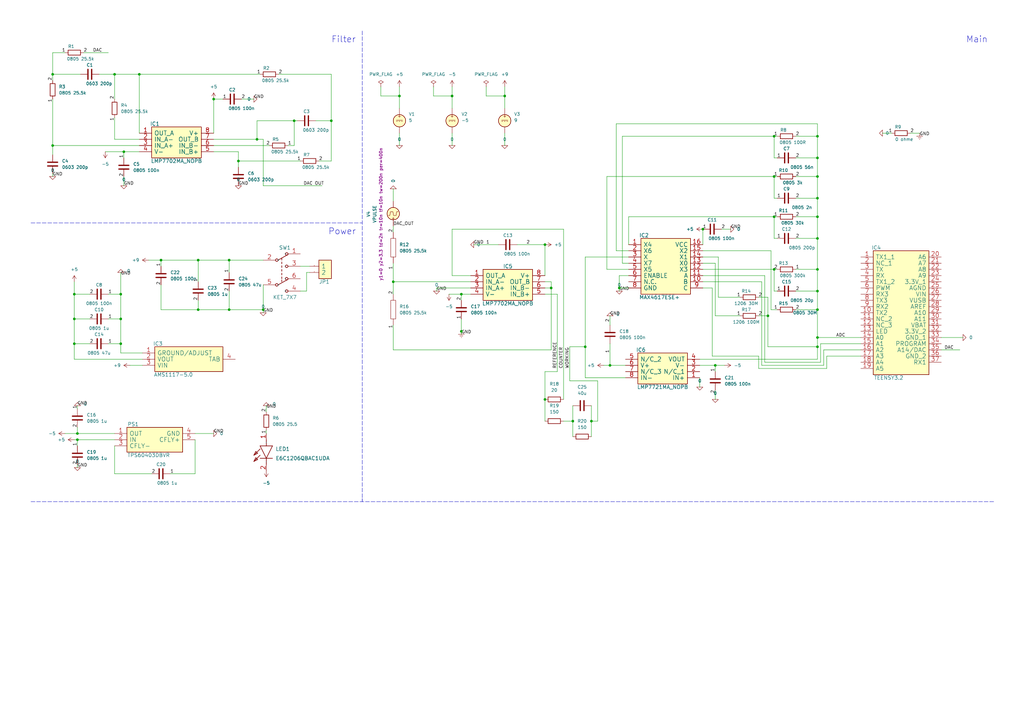
<source format=kicad_sch>
(kicad_sch (version 20211123) (generator eeschema)
  (paper "A3")
  (title_block (title "Potentiator") (date "2022-10-29") (rev "2022-10-30") (company "Drawn By: Yuntian Yang"))
  (junction (at 317.5 55.88))
  (junction (at 66.04 106.68))
  (junction (at 335.28 72.39))
  (junction (at 21.59 30.48))
  (junction (at 185.42 39.37))
  (junction (at 30.48 120.65))
  (junction (at 97.79 66.04))
  (junction (at 30.48 130.81))
  (junction (at 31.75 177.8))
  (junction (at 317.5 110.49))
  (junction (at 50.8 62.23))
  (junction (at 49.53 120.65))
  (junction (at 93.98 106.68))
  (junction (at 223.52 163.83))
  (junction (at 120.65 49.53))
  (junction (at 335.28 110.49))
  (junction (at 288.29 93.98))
  (junction (at 189.23 120.65))
  (junction (at 81.28 127))
  (junction (at 293.37 149.86))
  (junction (at 240.03 142.24))
  (junction (at 49.53 130.81))
  (junction (at 161.29 115.57))
  (junction (at 250.19 149.86))
  (junction (at 105.41 57.15))
  (junction (at 87.63 40.64))
  (junction (at 81.28 106.68))
  (junction (at 226.06 118.11))
  (junction (at 242.57 172.72))
  (junction (at 335.28 97.79))
  (junction (at 335.28 81.28))
  (junction (at 335.28 88.9))
  (junction (at 254 118.11))
  (junction (at 335.28 55.88))
  (junction (at 30.48 140.97))
  (junction (at 163.83 39.37))
  (junction (at 317.5 72.39))
  (junction (at 335.28 119.38))
  (junction (at 234.95 172.72))
  (junction (at 21.59 59.69))
  (junction (at 31.75 180.34))
  (junction (at 314.96 129.54))
  (junction (at 223.52 100.33))
  (junction (at 93.98 127))
  (junction (at 335.28 142.24))
  (junction (at 335.28 127))
  (junction (at 335.28 138.43))
  (junction (at 57.15 30.48))
  (junction (at 189.23 135.89))
  (junction (at 46.99 30.48))
  (junction (at 317.5 88.9))
  (junction (at 207.01 39.37))
  (junction (at 335.28 64.77))
  (junction (at 107.95 127))
  (junction (at 49.53 140.97))
  (junction (at 135.89 49.53))
  (wire (pts (xy 189.23 130.81) (xy 189.23 135.89)))
  (wire (pts (xy 31.75 180.34) (xy 46.99 180.34)))
  (wire (pts (xy 189.23 137.16) (xy 189.23 135.89)))
  (wire (pts (xy 293.37 149.86) (xy 293.37 152.4)))
  (wire (pts (xy 81.28 127) (xy 66.04 127)))
  (wire (pts (xy 161.29 107.95) (xy 161.29 115.57)))
  (wire (pts (xy 318.77 119.38) (xy 317.5 119.38)))
  (wire (pts (xy 26.67 21.59) (xy 21.59 21.59)))
  (wire (pts (xy 254 118.11) (xy 254 113.03)))
  (wire (pts (xy 288.29 115.57) (xy 312.42 115.57)))
  (wire (pts (xy 361.95 54.61) (xy 365.76 54.61)))
  (wire (pts (xy 335.28 138.43) (xy 335.28 127)))
  (wire (pts (xy 288.29 118.11) (xy 292.1 118.11)))
  (wire (pts (xy 233.68 156.21) (xy 245.11 156.21)))
  (wire (pts (xy 31.75 180.34) (xy 31.75 182.88)))
  (wire (pts (xy 339.09 146.05) (xy 353.06 146.05)))
  (wire (pts (xy 311.15 146.05) (xy 311.15 151.13)))
  (wire (pts (xy 46.99 194.31) (xy 62.23 194.31)))
  (wire (pts (xy 317.5 97.79) (xy 317.5 88.9)))
  (wire (pts (xy 87.63 40.64) (xy 91.44 40.64)))
  (wire (pts (xy 163.83 54.61) (xy 163.83 59.69)))
  (polyline (pts (xy 148.59 204.47) (xy 148.59 205.74)))
  (wire (pts (xy 255.27 107.95) (xy 255.27 55.88)))
  (wire (pts (xy 107.95 57.15) (xy 107.95 76.2)))
  (wire (pts (xy 313.69 148.59) (xy 336.55 148.59)))
  (wire (pts (xy 245.11 156.21) (xy 245.11 172.72)))
  (wire (pts (xy 66.04 106.68) (xy 81.28 106.68)))
  (wire (pts (xy 120.65 49.53) (xy 121.92 49.53)))
  (wire (pts (xy 53.34 149.86) (xy 58.42 149.86)))
  (wire (pts (xy 255.27 55.88) (xy 317.5 55.88)))
  (wire (pts (xy 313.69 113.03) (xy 313.69 148.59)))
  (wire (pts (xy 223.52 163.83) (xy 223.52 172.72)))
  (wire (pts (xy 185.42 113.03) (xy 185.42 93.98)))
  (wire (pts (xy 318.77 81.28) (xy 317.5 81.28)))
  (wire (pts (xy 107.95 127) (xy 93.98 127)))
  (wire (pts (xy 199.39 35.56) (xy 199.39 39.37)))
  (wire (pts (xy 335.28 97.79) (xy 335.28 88.9)))
  (wire (pts (xy 226.06 143.51) (xy 226.06 118.11)))
  (wire (pts (xy 109.22 176.53) (xy 109.22 177.8)))
  (wire (pts (xy 30.48 140.97) (xy 36.83 140.97)))
  (wire (pts (xy 44.45 130.81) (xy 49.53 130.81)))
  (wire (pts (xy 189.23 120.65) (xy 193.04 120.65)))
  (wire (pts (xy 21.59 40.64) (xy 21.59 59.69)))
  (wire (pts (xy 294.64 105.41) (xy 294.64 121.92)))
  (wire (pts (xy 163.83 35.56) (xy 163.83 39.37)))
  (wire (pts (xy 21.59 63.5) (xy 21.59 59.69)))
  (wire (pts (xy 93.98 127) (xy 93.98 119.38)))
  (wire (pts (xy 288.29 113.03) (xy 313.69 113.03)))
  (wire (pts (xy 336.55 148.59) (xy 336.55 140.97)))
  (wire (pts (xy 184.15 120.65) (xy 189.23 120.65)))
  (wire (pts (xy 30.48 130.81) (xy 36.83 130.81)))
  (wire (pts (xy 326.39 110.49) (xy 335.28 110.49)))
  (wire (pts (xy 57.15 62.23) (xy 50.8 62.23)))
  (wire (pts (xy 337.82 143.51) (xy 353.06 143.51)))
  (wire (pts (xy 80.01 180.34) (xy 80.01 194.31)))
  (wire (pts (xy 105.41 57.15) (xy 107.95 57.15)))
  (wire (pts (xy 223.52 163.83) (xy 223.52 152.4)))
  (wire (pts (xy 292.1 118.11) (xy 292.1 146.05)))
  (wire (pts (xy 123.19 66.04) (xy 97.79 66.04)))
  (wire (pts (xy 288.29 93.98) (xy 288.29 100.33)))
  (wire (pts (xy 288.29 102.87) (xy 316.23 102.87)))
  (wire (pts (xy 240.03 105.41) (xy 240.03 142.24)))
  (wire (pts (xy 135.89 49.53) (xy 135.89 66.04)))
  (wire (pts (xy 252.73 50.8) (xy 252.73 102.87)))
  (wire (pts (xy 335.28 50.8) (xy 252.73 50.8)))
  (wire (pts (xy 193.04 115.57) (xy 161.29 115.57)))
  (wire (pts (xy 81.28 106.68) (xy 93.98 106.68)))
  (wire (pts (xy 179.07 118.11) (xy 193.04 118.11)))
  (wire (pts (xy 311.15 129.54) (xy 314.96 129.54)))
  (wire (pts (xy 49.53 140.97) (xy 44.45 140.97)))
  (wire (pts (xy 312.42 115.57) (xy 312.42 149.86)))
  (wire (pts (xy 326.39 97.79) (xy 335.28 97.79)))
  (wire (pts (xy 93.98 106.68) (xy 93.98 111.76)))
  (wire (pts (xy 288.29 107.95) (xy 293.37 107.95)))
  (wire (pts (xy 161.29 115.57) (xy 161.29 120.65)))
  (wire (pts (xy 30.48 115.57) (xy 30.48 120.65)))
  (wire (pts (xy 257.81 88.9) (xy 317.5 88.9)))
  (wire (pts (xy 46.99 30.48) (xy 46.99 40.64)))
  (wire (pts (xy 40.64 30.48) (xy 46.99 30.48)))
  (wire (pts (xy 97.79 66.04) (xy 97.79 68.58)))
  (wire (pts (xy 317.5 64.77) (xy 317.5 55.88)))
  (wire (pts (xy 107.95 116.84) (xy 107.95 127)))
  (wire (pts (xy 326.39 72.39) (xy 335.28 72.39)))
  (wire (pts (xy 311.15 151.13) (xy 339.09 151.13)))
  (wire (pts (xy 66.04 127) (xy 66.04 116.84)))
  (wire (pts (xy 189.23 120.65) (xy 189.23 123.19)))
  (wire (pts (xy 44.45 120.65) (xy 49.53 120.65)))
  (wire (pts (xy 105.41 57.15) (xy 105.41 49.53)))
  (wire (pts (xy 185.42 39.37) (xy 185.42 44.45)))
  (wire (pts (xy 247.65 149.86) (xy 250.19 149.86)))
  (wire (pts (xy 317.5 81.28) (xy 317.5 72.39)))
  (wire (pts (xy 107.95 106.68) (xy 93.98 106.68)))
  (polyline (pts (xy 12.7 205.74) (xy 407.67 205.74)))
  (wire (pts (xy 336.55 140.97) (xy 353.06 140.97)))
  (wire (pts (xy 293.37 160.02) (xy 293.37 163.83)))
  (wire (pts (xy 245.11 172.72) (xy 242.57 172.72)))
  (wire (pts (xy 161.29 82.55) (xy 161.29 77.47)))
  (wire (pts (xy 386.08 138.43) (xy 394.97 138.43)))
  (wire (pts (xy 250.19 140.97) (xy 250.19 149.86)))
  (wire (pts (xy 30.48 130.81) (xy 30.48 140.97)))
  (wire (pts (xy 31.75 177.8) (xy 46.99 177.8)))
  (wire (pts (xy 317.5 88.9) (xy 318.77 88.9)))
  (wire (pts (xy 105.41 49.53) (xy 120.65 49.53)))
  (wire (pts (xy 317.5 110.49) (xy 318.77 110.49)))
  (wire (pts (xy 335.28 138.43) (xy 353.06 138.43)))
  (wire (pts (xy 317.5 119.38) (xy 317.5 110.49)))
  (wire (pts (xy 326.39 127) (xy 335.28 127)))
  (wire (pts (xy 314.96 129.54) (xy 314.96 142.24)))
  (wire (pts (xy 87.63 40.64) (xy 87.63 54.61)))
  (wire (pts (xy 58.42 147.32) (xy 30.48 147.32)))
  (wire (pts (xy 125.73 111.76) (xy 125.73 119.38)))
  (wire (pts (xy 57.15 30.48) (xy 46.99 30.48)))
  (wire (pts (xy 177.8 39.37) (xy 185.42 39.37)))
  (wire (pts (xy 81.28 115.57) (xy 81.28 106.68)))
  (wire (pts (xy 163.83 39.37) (xy 163.83 44.45)))
  (wire (pts (xy 240.03 142.24) (xy 240.03 154.94)))
  (wire (pts (xy 252.73 102.87) (xy 257.81 102.87)))
  (wire (pts (xy 26.67 177.8) (xy 31.75 177.8)))
  (wire (pts (xy 326.39 64.77) (xy 335.28 64.77)))
  (wire (pts (xy 199.39 39.37) (xy 207.01 39.37)))
  (wire (pts (xy 335.28 55.88) (xy 335.28 50.8)))
  (wire (pts (xy 373.38 54.61) (xy 377.19 54.61)))
  (wire (pts (xy 49.53 130.81) (xy 49.53 140.97)))
  (wire (pts (xy 295.91 93.98) (xy 299.72 93.98)))
  (wire (pts (xy 30.48 147.32) (xy 30.48 140.97)))
  (wire (pts (xy 46.99 48.26) (xy 46.99 57.15)))
  (wire (pts (xy 185.42 35.56) (xy 185.42 39.37)))
  (wire (pts (xy 335.28 110.49) (xy 335.28 97.79)))
  (wire (pts (xy 228.6 120.65) (xy 228.6 152.4)))
  (wire (pts (xy 21.59 21.59) (xy 21.59 30.48)))
  (wire (pts (xy 99.06 40.64) (xy 104.14 40.64)))
  (wire (pts (xy 242.57 166.37) (xy 242.57 172.72)))
  (wire (pts (xy 231.14 93.98) (xy 231.14 163.83)))
  (wire (pts (xy 177.8 35.56) (xy 177.8 39.37)))
  (wire (pts (xy 106.68 30.48) (xy 57.15 30.48)))
  (polyline (pts (xy 148.59 12.7) (xy 148.59 205.74)))
  (wire (pts (xy 120.65 59.69) (xy 118.11 59.69)))
  (wire (pts (xy 81.28 127) (xy 81.28 123.19)))
  (wire (pts (xy 21.59 33.02) (xy 21.59 30.48)))
  (wire (pts (xy 127 111.76) (xy 125.73 111.76)))
  (wire (pts (xy 156.21 39.37) (xy 163.83 39.37)))
  (wire (pts (xy 50.8 62.23) (xy 50.8 64.77)))
  (wire (pts (xy 123.19 119.38) (xy 125.73 119.38)))
  (wire (pts (xy 156.21 35.56) (xy 156.21 39.37)))
  (wire (pts (xy 69.85 194.31) (xy 80.01 194.31)))
  (wire (pts (xy 326.39 81.28) (xy 335.28 81.28)))
  (wire (pts (xy 21.59 30.48) (xy 33.02 30.48)))
  (wire (pts (xy 335.28 81.28) (xy 335.28 72.39)))
  (wire (pts (xy 248.92 110.49) (xy 248.92 72.39)))
  (wire (pts (xy 135.89 30.48) (xy 135.89 49.53)))
  (wire (pts (xy 287.02 149.86) (xy 293.37 149.86)))
  (wire (pts (xy 93.98 127) (xy 81.28 127)))
  (wire (pts (xy 335.28 127) (xy 335.28 119.38)))
  (wire (pts (xy 223.52 120.65) (xy 228.6 120.65)))
  (wire (pts (xy 326.39 55.88) (xy 335.28 55.88)))
  (wire (pts (xy 240.03 154.94) (xy 256.54 154.94)))
  (wire (pts (xy 287.02 154.94) (xy 287.02 158.75)))
  (wire (pts (xy 335.28 88.9) (xy 335.28 81.28)))
  (wire (pts (xy 288.29 105.41) (xy 294.64 105.41)))
  (wire (pts (xy 161.29 92.71) (xy 161.29 95.25)))
  (wire (pts (xy 87.63 62.23) (xy 97.79 62.23)))
  (wire (pts (xy 185.42 93.98) (xy 231.14 93.98)))
  (wire (pts (xy 114.3 30.48) (xy 135.89 30.48)))
  (wire (pts (xy 185.42 54.61) (xy 185.42 59.69)))
  (wire (pts (xy 314.96 121.92) (xy 314.96 129.54)))
  (wire (pts (xy 293.37 149.86) (xy 297.18 149.86)))
  (wire (pts (xy 337.82 149.86) (xy 337.82 143.51)))
  (wire (pts (xy 231.14 172.72) (xy 234.95 172.72)))
  (wire (pts (xy 31.75 175.26) (xy 31.75 177.8)))
  (wire (pts (xy 257.81 105.41) (xy 240.03 105.41)))
  (wire (pts (xy 34.29 21.59) (xy 44.45 21.59)))
  (wire (pts (xy 339.09 151.13) (xy 339.09 146.05)))
  (wire (pts (xy 207.01 39.37) (xy 207.01 44.45)))
  (wire (pts (xy 49.53 144.78) (xy 49.53 140.97)))
  (wire (pts (xy 386.08 143.51) (xy 393.7 143.51)))
  (wire (pts (xy 250.19 149.86) (xy 256.54 149.86)))
  (wire (pts (xy 335.28 64.77) (xy 335.28 55.88)))
  (wire (pts (xy 57.15 30.48) (xy 57.15 54.61)))
  (wire (pts (xy 311.15 121.92) (xy 314.96 121.92)))
  (wire (pts (xy 326.39 119.38) (xy 335.28 119.38)))
  (wire (pts (xy 254 113.03) (xy 257.81 113.03)))
  (wire (pts (xy 257.81 100.33) (xy 257.81 88.9)))
  (wire (pts (xy 226.06 118.11) (xy 226.06 115.57)))
  (wire (pts (xy 223.52 115.57) (xy 226.06 115.57)))
  (wire (pts (xy 254 119.38) (xy 254 118.11)))
  (wire (pts (xy 223.52 152.4) (xy 228.6 152.4)))
  (wire (pts (xy 50.8 72.39) (xy 50.8 76.2)))
  (wire (pts (xy 335.28 147.32) (xy 335.28 142.24)))
  (wire (pts (xy 294.64 121.92) (xy 303.53 121.92)))
  (wire (pts (xy 66.04 106.68) (xy 66.04 109.22)))
  (wire (pts (xy 46.99 57.15) (xy 57.15 57.15)))
  (wire (pts (xy 335.28 142.24) (xy 335.28 138.43)))
  (wire (pts (xy 318.77 97.79) (xy 317.5 97.79)))
  (wire (pts (xy 135.89 66.04) (xy 130.81 66.04)))
  (wire (pts (xy 87.63 57.15) (xy 105.41 57.15)))
  (wire (pts (xy 312.42 149.86) (xy 337.82 149.86)))
  (wire (pts (xy 318.77 64.77) (xy 317.5 64.77)))
  (wire (pts (xy 107.95 127) (xy 107.95 128.27)))
  (wire (pts (xy 335.28 119.38) (xy 335.28 110.49)))
  (wire (pts (xy 97.79 62.23) (xy 97.79 66.04)))
  (wire (pts (xy 335.28 72.39) (xy 335.28 64.77)))
  (wire (pts (xy 120.65 59.69) (xy 120.65 49.53)))
  (wire (pts (xy 31.75 190.5) (xy 31.75 191.77)))
  (wire (pts (xy 223.52 100.33) (xy 223.52 113.03)))
  (wire (pts (xy 58.42 144.78) (xy 49.53 144.78)))
  (wire (pts (xy 30.48 120.65) (xy 36.83 120.65)))
  (wire (pts (xy 49.53 120.65) (xy 49.53 130.81)))
  (wire (pts (xy 293.37 129.54) (xy 303.53 129.54)))
  (wire (pts (xy 21.59 71.12) (xy 21.59 72.39)))
  (wire (pts (xy 234.95 172.72) (xy 234.95 166.37)))
  (wire (pts (xy 293.37 107.95) (xy 293.37 129.54)))
  (wire (pts (xy 30.48 180.34) (xy 31.75 180.34)))
  (wire (pts (xy 314.96 142.24) (xy 335.28 142.24)))
  (wire (pts (xy 234.95 172.72) (xy 234.95 179.07)))
  (wire (pts (xy 87.63 59.69) (xy 110.49 59.69)))
  (wire (pts (xy 46.99 182.88) (xy 46.99 194.31)))
  (wire (pts (xy 179.07 118.11) (xy 179.07 119.38)))
  (wire (pts (xy 207.01 54.61) (xy 207.01 59.69)))
  (wire (pts (xy 316.23 127) (xy 318.77 127)))
  (wire (pts (xy 233.68 142.24) (xy 240.03 142.24)))
  (wire (pts (xy 161.29 143.51) (xy 226.06 143.51)))
  (wire (pts (xy 326.39 88.9) (xy 335.28 88.9)))
  (wire (pts (xy 80.01 177.8) (xy 87.63 177.8)))
  (wire (pts (xy 287.02 147.32) (xy 335.28 147.32)))
  (wire (pts (xy 250.19 129.54) (xy 250.19 133.35)))
  (wire (pts (xy 31.75 166.37) (xy 31.75 167.64)))
  (wire (pts (xy 316.23 102.87) (xy 316.23 127)))
  (wire (pts (xy 60.96 106.68) (xy 66.04 106.68)))
  (wire (pts (xy 49.53 111.76) (xy 49.53 120.65)))
  (wire (pts (xy 212.09 100.33) (xy 223.52 100.33)))
  (wire (pts (xy 317.5 72.39) (xy 318.77 72.39)))
  (wire (pts (xy 233.68 142.24) (xy 233.68 156.21)))
  (wire (pts (xy 21.59 59.69) (xy 57.15 59.69)))
  (polyline (pts (xy 12.7 91.44) (xy 148.59 91.44)))
  (wire (pts (xy 193.04 113.03) (xy 185.42 113.03)))
  (wire (pts (xy 223.52 118.11) (xy 226.06 118.11)))
  (wire (pts (xy 161.29 133.35) (xy 161.29 143.51)))
  (wire (pts (xy 43.18 62.23) (xy 50.8 62.23)))
  (wire (pts (xy 257.81 107.95) (xy 255.27 107.95)))
  (wire (pts (xy 257.81 110.49) (xy 248.92 110.49)))
  (wire (pts (xy 292.1 146.05) (xy 311.15 146.05)))
  (wire (pts (xy 248.92 72.39) (xy 317.5 72.39)))
  (wire (pts (xy 129.54 49.53) (xy 135.89 49.53)))
  (wire (pts (xy 207.01 35.56) (xy 207.01 39.37)))
  (wire (pts (xy 109.22 166.37) (xy 109.22 168.91)))
  (wire (pts (xy 123.19 109.22) (xy 127 109.22)))
  (wire (pts (xy 317.5 55.88) (xy 318.77 55.88)))
  (wire (pts (xy 288.29 110.49) (xy 317.5 110.49)))
  (wire (pts (xy 242.57 172.72) (xy 242.57 179.07)))
  (wire (pts (xy 194.31 100.33) (xy 204.47 100.33)))
  (wire (pts (xy 30.48 120.65) (xy 30.48 130.81)))
  (wire (pts (xy 107.95 76.2) (xy 132.08 76.2)))
  (wire (pts (xy 254 118.11) (xy 257.81 118.11)))
  (text "Filter" (at 135.89 17.78 0) (effects (font (size 2.54 2.54)) (justify left bottom)))
  (text "Main" (at 396.24 17.78 0) (effects (font (size 2.54 2.54)) (justify left bottom)))
  (text "Power" (at 134.62 96.52 0) (effects (font (size 2.54 2.54)) (justify left bottom)))
  (label "1" (at 288.29 93.98 0))
  (label "1" (at 317.5 127 0))
  (label "2" (at 326.39 119.38 0))
  (label "GND" (at 250.19 129.54 0))
  (label "1" (at 50.8 64.77 90))
  (label "2" (at 130.81 66.04 0))
  (label "GND" (at 87.63 177.8 0))
  (label "1" (at 118.11 59.69 0))
  (label "1" (at 317.5 55.88 0))
  (label "2" (at 326.39 55.88 0))
  (label "1" (at 293.37 152.4 90))
  (label "1" (at 161.29 110.49 90))
  (label "1" (at 318.77 97.79 0))
  (label "GND" (at 254 119.38 0))
  (label "2" (at 293.37 161.29 90))
  (label "2" (at 99.06 40.64 0))
  (label "1" (at 302.26 121.92 0))
  (label "GND" (at 194.31 100.33 0))
  (label "COUNTER" (at 231.14 151.13 90))
  (label "GND" (at 299.72 93.98 0))
  (label "1" (at 318.77 81.28 0))
  (label "2" (at 50.8 72.39 90))
  (label "2" (at 36.83 120.65 0))
  (label "1" (at 109.22 177.8 90))
  (label "1" (at 31.75 167.64 90))
  (label "1" (at 69.85 194.31 0))
  (label "1" (at 317.5 72.39 0))
  (label "2" (at 93.98 119.38 90))
  (label "GND" (at 97.79 76.2 0))
  (label "2" (at 326.39 97.79 0))
  (label "1" (at 46.99 49.53 90))
  (label "2" (at 326.39 72.39 0))
  (label "2" (at 161.29 120.65 90))
  (label "2" (at 295.91 93.98 0))
  (label "1" (at 31.75 182.88 90))
  (label "1" (at 93.98 111.76 90))
  (label "1" (at 364.49 54.61 0))
  (label "1" (at 105.41 30.48 0))
  (label "2" (at 109.22 168.91 90))
  (label "1" (at 66.04 109.22 90))
  (label "2" (at 81.28 123.19 90))
  (label "2" (at 46.99 40.64 90))
  (label "1" (at 326.39 110.49 0))
  (label "GND" (at 50.8 76.2 0))
  (label "1" (at 25.4 21.59 0))
  (label "2" (at 189.23 123.19 90))
  (label "1" (at 317.5 88.9 0))
  (label "2" (at 161.29 95.25 90))
  (label "1" (at 44.45 140.97 0))
  (label "ADC" (at 342.9 138.43 0))
  (label "2" (at 31.75 190.5 90))
  (label "2" (at 36.83 130.81 0))
  (label "1" (at 121.92 66.04 0))
  (label "GND" (at 377.19 55.88 0))
  (label "2" (at 317.5 110.49 0))
  (label "2" (at 109.22 59.69 0))
  (label "2" (at 66.04 116.84 90))
  (label "2" (at 311.15 121.92 0))
  (label "2" (at 311.15 129.54 0))
  (label "GND" (at 21.59 72.39 0))
  (label "2" (at 326.39 127 0))
  (label "2" (at 326.39 64.77 0))
  (label "1" (at 250.19 144.78 90))
  (label "GND" (at 31.75 191.77 0))
  (label "2" (at 31.75 175.26 90))
  (label "GND" (at 49.53 113.03 0))
  (label "DAC" (at 38.1 21.59 0))
  (label "WORKING" (at 233.68 151.13 90))
  (label "2" (at 326.39 81.28 0))
  (label "1" (at 81.28 115.57 90))
  (label "1" (at 44.45 120.65 0))
  (label "1" (at 318.77 119.38 0))
  (label "2" (at 62.23 194.31 0))
  (label "2" (at 373.38 54.61 0))
  (label "GND" (at 107.95 128.27 0))
  (label "GND" (at 179.07 119.38 0))
  (label "2" (at 36.83 140.97 0))
  (label "DAC" (at 387.35 143.51 0))
  (label "GND" (at 31.75 166.37 0))
  (label "GND" (at 109.22 167.64 0))
  (label "1" (at 21.59 41.91 90))
  (label "2" (at 114.3 30.48 0))
  (label "1" (at 161.29 134.62 90))
  (label "1" (at 199.39 100.33 0))
  (label "1" (at 44.45 130.81 0))
  (label "GND" (at 189.23 137.16 0))
  (label "DAC_OUT" (at 161.29 92.71 0))
  (label "GND" (at 104.14 40.64 0))
  (label "1" (at 302.26 129.54 0))
  (label "1" (at 318.77 64.77 0))
  (label "2" (at 21.59 33.02 90))
  (label "REFERENCE" (at 228.6 151.13 90))
  (label "1" (at 91.44 40.64 0))
  (label "2" (at 34.29 21.59 0))
  (label "2" (at 326.39 88.9 0))
  (label "2" (at 250.19 132.08 90))
  (label "DAC OUT" (at 124.46 76.2 0))
  (label "1" (at 189.23 130.81 90))
  (label "2" (at 215.9 100.33 0))
  (symbol (lib_id "Device:R") (at 30.48 21.59 90) (unit 1)
    (property "Reference" "R1" (at 29.21 19.05 90))
    (property "Value" "0805 25.5k" (at 33.02 24.13 90))
    (property "Spice_Primitive" "R" (effects hide))
    (property "Spice_Model" "25.5k" (effects hide))
    (property "Spice_Netlist_Enabled" "Y" (effects hide))
  )
  (symbol (lib_id "pspice:0") (at 299.72 93.98 90) (unit 1)
    (property "Reference" "#GND0103" (effects hide))
    (property "Value" "0" (at 302.26 93.9799 90) (effects (justify right)))
  )
  (symbol (lib_id "Device:C") (at 97.79 72.39 0) (unit 1)
    (property "Reference" "C6" (at 101.6 71.1199 0) (effects (justify left)))
    (property "Value" "0603 200p" (at 101.6 73.6599 0) (effects (justify left)))
    (property "Spice_Primitive" "C" (effects hide))
    (property "Spice_Model" "200p" (effects hide))
    (property "Spice_Netlist_Enabled" "Y" (effects hide))
  )
  (symbol (lib_id "final-potentiator-V1.2-SchDoc-cache:-5") (at 43.18 62.23 180) (unit 1)
    (property "Reference" "#PWR0107" (effects hide))
    (property "Value" "-5" (at 43.18 67.31 0))
  )
  (symbol (lib_id "Device:C") (at 95.25 40.64 90) (unit 1)
    (property "Reference" "C2" (at 95.25 36.83 90))
    (property "Value" "0805 100n" (at 99.06 44.45 90))
    (property "Spice_Primitive" "C" (effects hide))
    (property "Spice_Model" "100n" (effects hide))
    (property "Spice_Netlist_Enabled" "Y" (effects hide))
  )
  (symbol (lib_id "power:Earth") (at 189.23 135.89 0) (unit 1)
    (property "Reference" "#PWR0106" (effects hide))
    (property "Value" "Earth" (effects hide))
  )
  (symbol (lib_id "pspice:0") (at 97.79 76.2 0) (unit 1)
    (property "Reference" "#GND0110" (effects hide))
    (property "Value" "0" (at 97.79 73.66 0))
  )
  (symbol (lib_id "pspice:0") (at 31.75 191.77 0) (unit 1)
    (property "Reference" "#GND0113" (effects hide))
    (property "Value" "0" (at 31.75 189.23 0))
  )
  (symbol (lib_id "Device:C") (at 292.1 93.98 90) (unit 1)
    (property "Reference" "C11" (at 292.1 90.17 90))
    (property "Value" "0805 100n" (at 295.91 97.79 90))
    (property "Spice_Primitive" "C" (effects hide))
    (property "Spice_Model" "100n" (effects hide))
    (property "Spice_Netlist_Enabled" "Y" (effects hide))
  )
  (symbol (lib_id "final-potentiator-V1.2-SchDoc-cache:+5") (at 288.29 93.98 90) (unit 1)
    (property "Reference" "#PWR0102" (effects hide))
    (property "Value" "+5" (at 284.48 93.9799 90) (effects (justify left)))
  )
  (symbol (lib_id "Device:C") (at 21.59 67.31 0) (unit 1)
    (property "Reference" "C4" (at 25.4 66.0399 0) (effects (justify left)))
    (property "Value" "0603 200p" (at 25.4 68.5799 0) (effects (justify left)))
    (property "Spice_Primitive" "C" (effects hide))
    (property "Spice_Model" "200p" (effects hide))
    (property "Spice_Netlist_Enabled" "Y" (effects hide))
  )
  (symbol (lib_id "final-potentiator-V1.2-SchDoc-cache:KET_7X7") (at 107.95 106.68 0) (unit 1)
    (property "Reference" "SW1" (at 116.84 101.6 0) (effects (font (size 1.524 1.524))))
    (property "Value" "KET_7X7" (at 116.84 121.92 0) (effects (font (size 1.524 1.524))))
  )
  (symbol (lib_id "Device:C") (at 238.76 166.37 90) (unit 1)
    (property "Reference" "C25" (at 238.76 158.75 90))
    (property "Value" "40u" (at 238.76 161.29 90))
    (property "Spice_Primitive" "C" (effects hide))
    (property "Spice_Model" "40u" (effects hide))
    (property "Spice_Netlist_Enabled" "Y" (effects hide))
  )
  (symbol (lib_id "final-potentiator-V1.2-SchDoc-cache:LMP7702MA_NOPB") (at 57.15 54.61 0) (unit 1)
    (property "Reference" "IC1" (at 63.5 50.8 0) (effects (font (size 1.524 1.524))))
    (property "Value" "LMP7702MA_NOPB" (at 72.39 66.04 0) (effects (font (size 1.524 1.524))))
    (property "Spice_Primitive" "X" (effects hide))
    (property "Spice_Model" "LMP7702MA_NOPB" (effects hide))
    (property "Spice_Netlist_Enabled" "Y" (effects hide))
    (property "Spice_Lib_File" "/Users/yyttim/Desktop/大学/大创项目/final-potentiator-V1.2-SchDoc-cache.lib" (effects hide))
  )
  (symbol (lib_id "power:Earth") (at 377.19 54.61 0) (unit 1)
    (property "Reference" "#PWR0101" (effects hide))
    (property "Value" "Earth" (effects hide))
  )
  (symbol (lib_id "Device:R") (at 238.76 179.07 90) (unit 1)
    (property "Reference" "R20" (at 238.76 172.72 90))
    (property "Value" "150" (at 238.76 175.26 90))
  )
  (symbol (lib_id "pspice:0") (at 49.53 111.76 180) (unit 1)
    (property "Reference" "#GND0115" (effects hide))
    (property "Value" "0" (at 52.07 111.1249 0) (effects (justify right)))
  )
  (symbol (lib_id "pspice:0") (at 293.37 163.83 0) (unit 1)
    (property "Reference" "#GND0104" (effects hide))
    (property "Value" "0" (at 293.37 161.29 0))
  )
  (symbol (lib_id "Device:R") (at 110.49 30.48 90) (unit 1)
    (property "Reference" "R2" (at 109.22 27.94 90))
    (property "Value" "0805 25.5k" (at 113.03 33.02 90))
    (property "Spice_Primitive" "R" (effects hide))
    (property "Spice_Model" "25.5k" (effects hide))
    (property "Spice_Netlist_Enabled" "Y" (effects hide))
  )
  (symbol (lib_id "Device:C") (at 81.28 119.38 0) (unit 1)
    (property "Reference" "C23" (at 85.09 118.1099 0) (effects (justify left)))
    (property "Value" "0805 1u" (at 85.09 120.6499 0) (effects (justify left)))
    (property "Spice_Primitive" "C" (effects hide))
    (property "Spice_Model" "1u" (effects hide))
    (property "Spice_Netlist_Enabled" "Y" (effects hide))
  )
  (symbol (lib_id "final-potentiator-V1.2-SchDoc-cache:MAX4617ESE+") (at 257.81 100.33 0) (unit 1)
    (property "Reference" "IC2" (at 264.16 96.52 0) (effects (font (size 1.524 1.524))))
    (property "Value" "MAX4617ESE+" (at 270.51 121.92 0) (effects (font (size 1.524 1.524))))
    (property "Spice_Primitive" "X" (effects hide))
    (property "Spice_Model" "MAX4617ESE+" (effects hide))
    (property "Spice_Netlist_Enabled" "Y" (effects hide))
    (property "Spice_Lib_File" "/Users/yyttim/Desktop/大学/大创项目/final-potentiator-V1.2-SchDoc-cache.lib" (effects hide))
  )
  (symbol (lib_id "pspice:0") (at 179.07 119.38 0) (unit 1)
    (property "Reference" "#GND0121" (effects hide))
    (property "Value" "0" (at 179.07 116.84 0))
  )
  (symbol (lib_id "final-potentiator-V1.2-SchDoc-cache:-5") (at 184.15 120.65 180) (unit 1)
    (property "Reference" "#PWR0118" (effects hide))
    (property "Value" "-5" (at 184.15 125.73 0))
  )
  (symbol (lib_id "Device:C") (at 322.58 97.79 90) (unit 1)
    (property "Reference" "C12" (at 322.58 93.98 90))
    (property "Value" "0805 200p" (at 328.93 101.6 90))
    (property "Spice_Primitive" "C" (effects hide))
    (property "Spice_Model" "200p" (effects hide))
    (property "Spice_Netlist_Enabled" "Y" (effects hide))
  )
  (symbol (lib_id "Device:C") (at 40.64 130.81 90) (unit 1)
    (property "Reference" "C10" (at 40.64 127 90))
    (property "Value" "0805 1u" (at 40.64 134.62 90))
    (property "Spice_Primitive" "C" (effects hide))
    (property "Spice_Model" "1u" (effects hide))
    (property "Spice_Netlist_Enabled" "Y" (effects hide))
  )
  (symbol (lib_id "Device:C") (at 31.75 171.45 0) (unit 1)
    (property "Reference" "C16" (at 35.56 170.1799 0) (effects (justify left)))
    (property "Value" "0805 1u" (at 35.56 172.7199 0) (effects (justify left)))
    (property "Spice_Primitive" "C" (effects hide))
    (property "Spice_Model" "1u" (effects hide))
    (property "Spice_Netlist_Enabled" "Y" (effects hide))
  )
  (symbol (lib_id "final-potentiator-V1.2-SchDoc-cache:+9") (at 53.34 149.86 90) (unit 1)
    (property "Reference" "#PWR0112" (effects hide))
    (property "Value" "+9" (at 49.53 149.8599 90) (effects (justify left)))
  )
  (symbol (lib_id "Device:R") (at 114.3 59.69 90) (unit 1)
    (property "Reference" "R5" (at 113.03 57.15 90))
    (property "Value" "0805 25.5k" (at 116.84 62.23 90))
    (property "Spice_Primitive" "R" (effects hide))
    (property "Spice_Model" "25.5k" (effects hide))
    (property "Spice_Netlist_Enabled" "Y" (effects hide))
  )
  (symbol (lib_id "Device:C") (at 31.75 186.69 0) (unit 1)
    (property "Reference" "C19" (at 35.56 185.4199 0) (effects (justify left)))
    (property "Value" "0805 1u" (at 35.56 187.9599 0) (effects (justify left)))
    (property "Spice_Primitive" "C" (effects hide))
    (property "Spice_Model" "1u" (effects hide))
    (property "Spice_Netlist_Enabled" "Y" (effects hide))
  )
  (symbol (lib_id "final-potentiator-V1.2-SchDoc-cache:LMP7702MA_NOPB") (at 193.04 113.03 0) (unit 1)
    (property "Reference" "IC5" (at 208.28 109.22 0) (effects (font (size 1.524 1.524))))
    (property "Value" "LMP7702MA_NOPB" (at 208.28 124.46 0) (effects (font (size 1.524 1.524))))
    (property "Spice_Primitive" "X" (effects hide))
    (property "Spice_Model" "LMP7702MA_NOPB" (effects hide))
    (property "Spice_Netlist_Enabled" "Y" (effects hide))
    (property "Spice_Lib_File" "/Users/yyttim/Desktop/大学/大创项目/final-potentiator-V1.2-SchDoc-cache.lib" (effects hide))
  )
  (symbol (lib_id "Device:C") (at 50.8 68.58 0) (unit 1)
    (property "Reference" "C5" (at 54.61 67.3099 0) (effects (justify left)))
    (property "Value" "0805 100n" (at 54.61 69.8499 0) (effects (justify left)))
    (property "Spice_Primitive" "C" (effects hide))
    (property "Spice_Model" "100n" (effects hide))
    (property "Spice_Netlist_Enabled" "Y" (effects hide))
  )
  (symbol (lib_id "Device:C") (at 66.04 113.03 0) (unit 1)
    (property "Reference" "C22" (at 69.85 111.7599 0) (effects (justify left)))
    (property "Value" "0805 100n" (at 69.85 114.2999 0) (effects (justify left)))
    (property "Spice_Primitive" "C" (effects hide))
    (property "Spice_Model" "100n" (effects hide))
    (property "Spice_Netlist_Enabled" "Y" (effects hide))
  )
  (symbol (lib_id "Device:C") (at 66.04 194.31 90) (unit 1)
    (property "Reference" "C20" (at 66.04 190.5 90))
    (property "Value" "0805 1u" (at 68.58 198.12 90))
    (property "Spice_Primitive" "C" (effects hide))
    (property "Spice_Model" "1u" (effects hide))
    (property "Spice_Netlist_Enabled" "Y" (effects hide))
  )
  (symbol (lib_id "pspice:0") (at 107.95 128.27 0) (unit 1)
    (property "Reference" "#GND0112" (effects hide))
    (property "Value" "0" (at 107.95 125.73 0))
  )
  (symbol (lib_id "final-potentiator-V1.2-SchDoc-cache:-5") (at 109.22 193.04 180) (unit 1)
    (property "Reference" "#PWR0117" (effects hide))
    (property "Value" "-5" (at 109.22 198.12 0))
  )
  (symbol (lib_id "final-potentiator-V1.2-SchDoc-cache:+5") (at 223.52 100.33 270) (unit 1)
    (property "Reference" "#PWR0105" (effects hide))
    (property "Value" "+5" (at 227.33 100.3299 90) (effects (justify left)))
  )
  (symbol (lib_id "Device:C") (at 40.64 120.65 90) (unit 1)
    (property "Reference" "C8" (at 40.64 116.84 90))
    (property "Value" "0805 100n" (at 40.64 124.46 90))
    (property "Spice_Primitive" "C" (effects hide))
    (property "Spice_Model" "100n" (effects hide))
    (property "Spice_Netlist_Enabled" "Y" (effects hide))
  )
  (symbol (lib_id "Device:R") (at 322.58 72.39 90) (unit 1)
    (property "Reference" "R10" (at 321.31 69.85 90))
    (property "Value" "0805 3k" (at 325.12 74.93 90))
    (property "Spice_Primitive" "R" (effects hide))
    (property "Spice_Model" "3k" (effects hide))
    (property "Spice_Netlist_Enabled" "Y" (effects hide))
  )
  (symbol (lib_id "pspice:0") (at 254 119.38 0) (unit 1)
    (property "Reference" "#GND0102" (effects hide))
    (property "Value" "0" (at 254 116.84 0))
  )
  (symbol (lib_id "final-potentiator-V1.2-SchDoc-cache:Header_2") (at 127 109.22 0) (unit 1)
    (property "Reference" "JP1" (at 130.81 115.57 0) (effects (font (size 1.524 1.524)) (justify left)))
    (property "Value" " " (at 132.08 118.11 0) (effects (font (size 1.524 1.524)) (justify left)))
  )
  (symbol (lib_id "final-potentiator-V1.2-SchDoc-cache:E6C1206QBAC1UDA") (at 109.22 193.04 90) (unit 1)
    (property "Reference" "LED1" (at 113.03 184.15 90) (effects (font (size 1.524 1.524)) (justify right)))
    (property "Value" "E6C1206QBAC1UDA" (at 113.03 187.96 90) (effects (font (size 1.524 1.524)) (justify right)))
  )
  (symbol (lib_id "Device:R") (at 109.22 172.72 0) (unit 1)
    (property "Reference" "R6" (at 111.76 171.4499 0) (effects (justify left)))
    (property "Value" "0805 25.5" (at 111.76 173.9899 0) (effects (justify left)))
    (property "Spice_Primitive" "R" (effects hide))
    (property "Spice_Model" "25.5" (effects hide))
    (property "Spice_Netlist_Enabled" "Y" (effects hide))
  )
  (symbol (lib_id "final-potentiator-V1.2-SchDoc-cache:-5") (at 26.67 177.8 90) (unit 1)
    (property "Reference" "#PWR0114" (effects hide))
    (property "Value" "-5" (at 22.86 177.7999 90) (effects (justify left)))
  )
  (symbol (lib_id "pspice:0") (at 194.31 100.33 270) (unit 1)
    (property "Reference" "#GND0107" (effects hide))
    (property "Value" "0" (at 195.58 100.3299 90) (effects (justify left)))
  )
  (symbol (lib_id "Device:R") (at 127 66.04 90) (unit 1)
    (property "Reference" "R7" (at 125.73 63.5 90))
    (property "Value" "0805 25.5k" (at 129.54 68.58 90))
    (property "Spice_Primitive" "R" (effects hide))
    (property "Spice_Model" "25.5k" (effects hide))
    (property "Spice_Netlist_Enabled" "Y" (effects hide))
  )
  (symbol (lib_id "Simulation_SPICE:VDC") (at 163.83 49.53 0) (unit 1)
    (property "Reference" "V1" (at 167.64 46.8001 0) (effects (justify left)))
    (property "Value" "VDC" (at 167.64 49.3401 0) (effects (justify left)))
    (property "Spice_Netlist_Enabled" "Y" (effects hide))
    (property "Spice_Primitive" "V" (effects hide))
    (property "Spice_Model" "dc 5" (at 167.64 51.8801 0) (effects (justify left)))
  )
  (symbol (lib_id "Device:R") (at 21.59 36.83 0) (unit 1)
    (property "Reference" "R3" (at 24.13 35.5599 0) (effects (justify left)))
    (property "Value" "0805 25.5k" (at 24.13 38.0999 0) (effects (justify left)))
    (property "Spice_Primitive" "R" (effects hide))
    (property "Spice_Model" "25.5k" (effects hide))
    (property "Spice_Netlist_Enabled" "Y" (effects hide))
  )
  (symbol (lib_id "Device:R") (at 322.58 127 90) (unit 1)
    (property "Reference" "R15" (at 321.31 124.46 90))
    (property "Value" "0805 30M" (at 330.2 128.27 90))
    (property "Spice_Primitive" "R" (effects hide))
    (property "Spice_Model" "30Meg" (effects hide))
    (property "Spice_Netlist_Enabled" "Y" (effects hide))
  )
  (symbol (lib_id "Device:R") (at 322.58 110.49 90) (unit 1)
    (property "Reference" "R13" (at 321.31 107.95 90))
    (property "Value" "0805 300k" (at 325.12 113.03 90))
    (property "Spice_Primitive" "R" (effects hide))
    (property "Spice_Model" "300k" (effects hide))
    (property "Spice_Netlist_Enabled" "Y" (effects hide))
  )
  (symbol (lib_id "Device:C") (at 93.98 115.57 0) (unit 1)
    (property "Reference" "C24" (at 97.79 114.2999 0) (effects (justify left)))
    (property "Value" "0805 47u" (at 97.79 116.8399 0) (effects (justify left)))
    (property "Spice_Primitive" "C" (effects hide))
    (property "Spice_Model" "47u" (effects hide))
    (property "Spice_Netlist_Enabled" "Y" (effects hide))
  )
  (symbol (lib_id "power:PWR_FLAG") (at 156.21 35.56 0) (unit 1)
    (property "Reference" "#FLG0101" (effects hide))
    (property "Value" "PWR_FLAG" (at 156.21 30.48 0))
  )
  (symbol (lib_id "Device:R") (at 46.99 44.45 0) (unit 1)
    (property "Reference" "R4" (at 49.53 43.1799 0) (effects (justify left)))
    (property "Value" "0805 25.5k" (at 49.53 45.7199 0) (effects (justify left)))
    (property "Spice_Primitive" "R" (effects hide))
    (property "Spice_Model" "25.5k" (effects hide))
    (property "Spice_Netlist_Enabled" "Y" (effects hide))
  )
  (symbol (lib_id "final-potentiator-V1.2-SchDoc-cache:+9") (at 207.01 35.56 0) (unit 1)
    (property "Reference" "#PWR?" (effects hide))
    (property "Value" "+9" (at 207.01 30.48 0))
  )
  (symbol (lib_id "Device:C") (at 322.58 119.38 90) (unit 1)
    (property "Reference" "C15" (at 322.58 115.57 90))
    (property "Value" "0805 20p" (at 328.93 123.19 90))
    (property "Spice_Primitive" "C" (effects hide))
    (property "Spice_Model" "20p" (effects hide))
    (property "Spice_Netlist_Enabled" "Y" (effects hide))
  )
  (symbol (lib_id "Device:R") (at 307.34 121.92 90) (unit 1)
    (property "Reference" "R14" (at 306.07 119.38 90))
    (property "Value" "1206 30M" (at 306.07 124.46 90))
    (property "Spice_Primitive" "R" (effects hide))
    (property "Spice_Model" "30Meg" (effects hide))
    (property "Spice_Netlist_Enabled" "Y" (effects hide))
  )
  (symbol (lib_id "Device:R") (at 227.33 163.83 90) (unit 1)
    (property "Reference" "R18" (at 227.33 157.48 90))
    (property "Value" "20" (at 227.33 160.02 90))
    (property "Spice_Primitive" "R" (effects hide))
    (property "Spice_Model" "20" (effects hide))
    (property "Spice_Netlist_Enabled" "Y" (effects hide))
  )
  (symbol (lib_id "pspice:0") (at 361.95 54.61 270) (unit 1)
    (property "Reference" "#GND0101" (effects hide))
    (property "Value" "0" (at 363.22 54.6099 90) (effects (justify left)))
  )
  (symbol (lib_id "Device:C") (at 322.58 81.28 90) (unit 1)
    (property "Reference" "C9" (at 322.58 77.47 90))
    (property "Value" "0805 2n" (at 328.93 85.09 90))
    (property "Spice_Primitive" "C" (effects hide))
    (property "Spice_Model" "2n" (effects hide))
    (property "Spice_Netlist_Enabled" "Y" (effects hide))
  )
  (symbol (lib_id "Device:C") (at 36.83 30.48 90) (unit 1)
    (property "Reference" "C1" (at 36.83 26.67 90))
    (property "Value" "0603 200p" (at 40.64 34.29 90))
    (property "Spice_Primitive" "C" (effects hide))
    (property "Spice_Model" "200p" (effects hide))
    (property "Spice_Netlist_Enabled" "Y" (effects hide))
  )
  (symbol (lib_id "pspice:0") (at 87.63 177.8 90) (unit 1)
    (property "Reference" "#GND0116" (effects hide))
    (property "Value" "0" (at 90.17 177.7999 90) (effects (justify right)))
  )
  (symbol (lib_id "Device:C") (at 125.73 49.53 90) (unit 1)
    (property "Reference" "C3" (at 125.73 45.72 90))
    (property "Value" "0603 200p" (at 129.54 53.34 90))
    (property "Spice_Primitive" "C" (effects hide))
    (property "Spice_Model" "200p" (effects hide))
    (property "Spice_Netlist_Enabled" "Y" (effects hide))
  )
  (symbol (lib_id "pspice:0") (at 104.14 40.64 90) (unit 1)
    (property "Reference" "#GND0122" (effects hide))
    (property "Value" "0" (at 102.87 40.6399 90) (effects (justify left)))
  )
  (symbol (lib_id "final-potentiator-V1.2-SchDoc-cache:LMP7721MA_NOPB") (at 287.02 154.94 180) (unit 1)
    (property "Reference" "IC6" (at 262.89 143.51 0) (effects (font (size 1.524 1.524))))
    (property "Value" "LMP7721MA_NOPB" (at 271.78 158.75 0) (effects (font (size 1.524 1.524))))
    (property "Spice_Primitive" "X" (effects hide))
    (property "Spice_Model" "LMP7721MA_NOPB" (effects hide))
    (property "Spice_Netlist_Enabled" "Y" (effects hide))
    (property "Spice_Lib_File" "/Users/yyttim/Desktop/大学/大创项目/final-potentiator-V1.2-SchDoc-cache.lib" (effects hide))
  )
  (symbol (lib_id "final-potentiator-V1.2-SchDoc-cache:+5") (at 247.65 149.86 90) (unit 1)
    (property "Reference" "#PWR0104" (effects hide))
    (property "Value" "+5" (at 243.84 149.8599 90) (effects (justify left)))
  )
  (symbol (lib_id "pspice:0") (at 109.22 166.37 180) (unit 1)
    (property "Reference" "#GND0117" (effects hide))
    (property "Value" "0" (at 111.76 165.7349 0) (effects (justify right)))
  )
  (symbol (lib_id "final-potentiator-V1.2-SchDoc-cache:TEENSY3.2") (at 353.06 105.41 0) (unit 1)
    (property "Reference" "IC4" (at 359.41 101.6 0) (effects (font (size 1.524 1.524))))
    (property "Value" "TEENSY3.2" (at 364.49 154.94 0) (effects (font (size 1.524 1.524))))
    (property "Spice_Primitive" "X" (effects hide))
    (property "Spice_Model" "TEENSY3.2" (effects hide))
    (property "Spice_Netlist_Enabled" "Y" (effects hide))
    (property "Spice_Lib_File" "/Users/yyttim/Desktop/大学/大创项目/final-potentiator-V1.2-SchDoc-cache.lib" (effects hide))
  )
  (symbol (lib_id "pspice:0") (at 185.42 59.69 0) (unit 1)
    (property "Reference" "#GND0119" (effects hide))
    (property "Value" "0" (at 185.42 57.15 0))
  )
  (symbol (lib_id "Device:R") (at 369.57 54.61 90) (unit 1)
    (property "Reference" "R9" (at 368.3 52.07 90))
    (property "Value" "0 ohme" (at 370.84 57.15 90))
    (property "Spice_Primitive" "R" (effects hide))
    (property "Spice_Model" "0" (effects hide))
    (property "Spice_Netlist_Enabled" "Y" (effects hide))
  )
  (symbol (lib_id "final-potentiator-V1.2-SchDoc-cache:+5") (at 87.63 40.64 0) (unit 1)
    (property "Reference" "#PWR0110" (effects hide))
    (property "Value" "+5" (at 87.63 35.56 0))
  )
  (symbol (lib_id "final-potentiator-V1.2-SchDoc-cache:+5") (at 30.48 115.57 0) (unit 1)
    (property "Reference" "#PWR0115" (effects hide))
    (property "Value" "+5" (at 30.48 110.49 0))
  )
  (symbol (lib_id "Device:C") (at 189.23 127 0) (unit 1)
    (property "Reference" "C17" (at 193.04 125.7299 0) (effects (justify left)))
    (property "Value" "0805 100n" (at 193.04 128.2699 0) (effects (justify left)))
    (property "Spice_Primitive" "C" (effects hide))
    (property "Spice_Model" "100n" (effects hide))
    (property "Spice_Netlist_Enabled" "Y" (effects hide))
  )
  (symbol (lib_id "power:PWR_FLAG") (at 177.8 35.56 0) (unit 1)
    (property "Reference" "#FLG0102" (effects hide))
    (property "Value" "PWR_FLAG" (at 177.8 30.48 0))
  )
  (symbol (lib_id "pspice:0") (at 161.29 77.47 180) (unit 1)
    (property "Reference" "#GND0118" (effects hide))
    (property "Value" "0" (at 161.2899 74.93 90) (effects (justify right)))
  )
  (symbol (lib_id "pspice:0") (at 31.75 166.37 180) (unit 1)
    (property "Reference" "#GND0114" (effects hide))
    (property "Value" "0" (at 34.29 165.7349 0) (effects (justify right)))
  )
  (symbol (lib_id "final-potentiator-V1.2-SchDoc-cache:+9") (at 60.96 106.68 90) (unit 1)
    (property "Reference" "#PWR0108" (effects hide))
    (property "Value" "+9" (at 57.15 106.6799 90) (effects (justify left)))
  )
  (symbol (lib_id "Device:C") (at 40.64 140.97 90) (unit 1)
    (property "Reference" "C14" (at 40.64 137.16 90))
    (property "Value" "0805 47u" (at 40.64 144.78 90))
    (property "Spice_Primitive" "C" (effects hide))
    (property "Spice_Model" "47u" (effects hide))
    (property "Spice_Netlist_Enabled" "Y" (effects hide))
  )
  (symbol (lib_id "pspice:0") (at 21.59 72.39 0) (unit 1)
    (property "Reference" "#GND0108" (effects hide))
    (property "Value" "0" (at 21.59 69.85 0))
  )
  (symbol (lib_id "Device:R") (at 227.33 172.72 90) (unit 1)
    (property "Reference" "R19" (at 227.33 166.37 90))
    (property "Value" "150" (at 227.33 168.91 90))
    (property "Spice_Primitive" "R" (effects hide))
    (property "Spice_Model" "150" (effects hide))
    (property "Spice_Netlist_Enabled" "Y" (effects hide))
  )
  (symbol (lib_id "final-potentiator-V1.2-SchDoc-cache:+5") (at 30.48 180.34 90) (unit 1)
    (property "Reference" "#PWR0113" (effects hide))
    (property "Value" "+5" (at 26.67 180.3399 90) (effects (justify left)))
  )
  (symbol (lib_id "final-potentiator-V1.2-SchDoc-cache:TPS60403DBVR") (at 46.99 177.8 0) (unit 1)
    (property "Reference" "PS1" (at 54.61 173.99 0) (effects (font (size 1.524 1.524))))
    (property "Value" "TPS60403DBVR" (at 60.96 186.69 0) (effects (font (size 1.524 1.524))))
    (property "Spice_Primitive" "X" (effects hide))
    (property "Spice_Model" "TPS60403DBVR" (effects hide))
    (property "Spice_Netlist_Enabled" "Y" (effects hide))
    (property "Spice_Lib_File" "/Users/yyttim/Desktop/大学/大创项目/final-potentiator-V1.2-SchDoc-cache.lib" (effects hide))
  )
  (symbol (lib_id "Simulation_SPICE:VDC") (at 185.42 49.53 0) (unit 1)
    (property "Reference" "V2" (at 189.23 46.8001 0) (effects (justify left)))
    (property "Value" "VDC" (at 189.23 49.3401 0) (effects (justify left)))
    (property "Spice_Netlist_Enabled" "Y" (effects hide))
    (property "Spice_Primitive" "V" (effects hide))
    (property "Spice_Model" "dc -5" (at 189.23 51.8801 0) (effects (justify left)))
  )
  (symbol (lib_id "power:PWR_FLAG") (at 199.39 35.56 0) (unit 1)
    (property "Reference" "#FLG?" (effects hide))
    (property "Value" "PWR_FLAG" (at 199.39 30.48 0))
  )
  (symbol (lib_id "final-potentiator-V1.2-SchDoc-cache:AMS1117-5.0") (at 58.42 144.78 0) (unit 1)
    (property "Reference" "IC3" (at 64.77 140.97 0) (effects (font (size 1.524 1.524))))
    (property "Value" "AMS1117-5.0" (at 71.12 153.67 0) (effects (font (size 1.524 1.524))))
    (property "Spice_Primitive" "X" (effects hide))
    (property "Spice_Model" "AMS1117-5.0" (effects hide))
    (property "Spice_Netlist_Enabled" "Y" (effects hide))
    (property "Spice_Lib_File" "/Users/yyttim/Desktop/大学/大创项目/final-potentiator-V1.2-SchDoc-cache.lib" (effects hide))
  )
  (symbol (lib_id "pspice:0") (at 287.02 158.75 0) (unit 1)
    (property "Reference" "#GND0105" (effects hide))
    (property "Value" "0" (at 287.02 156.21 0))
  )
  (symbol (lib_id "Device:C") (at 322.58 64.77 90) (unit 1)
    (property "Reference" "C7" (at 322.58 60.96 90))
    (property "Value" "0805 56n" (at 328.93 68.58 90))
    (property "Spice_Primitive" "C" (effects hide))
    (property "Spice_Model" "56n" (effects hide))
    (property "Spice_Netlist_Enabled" "Y" (effects hide))
  )
  (symbol (lib_id "pspice:R") (at 161.29 101.6 0) (unit 1)
    (property "Reference" "R12" (at 163.83 100.3299 0) (effects (justify left)))
    (property "Value" "0805 25.5k" (at 163.83 102.8699 0) (effects (justify left)))
    (property "Spice_Primitive" "R" (effects hide))
    (property "Spice_Model" "25.5k" (effects hide))
    (property "Spice_Netlist_Enabled" "Y" (effects hide))
  )
  (symbol (lib_id "pspice:0") (at 50.8 76.2 0) (unit 1)
    (property "Reference" "#GND0109" (effects hide))
    (property "Value" "0" (at 50.8 73.66 0))
  )
  (symbol (lib_id "pspice:0") (at 207.01 59.69 0) (unit 1)
    (property "Reference" "#GND?" (effects hide))
    (property "Value" "0" (at 207.01 57.15 0))
  )
  (symbol (lib_id "Device:R") (at 322.58 55.88 90) (unit 1)
    (property "Reference" "R8" (at 321.31 53.34 90))
    (property "Value" "0805 100R" (at 325.12 58.42 90))
    (property "Spice_Primitive" "R" (effects hide))
    (property "Spice_Model" "100" (effects hide))
    (property "Spice_Netlist_Enabled" "Y" (effects hide))
  )
  (symbol (lib_id "pspice:0") (at 394.97 138.43 90) (unit 1)
    (property "Reference" "#GND0120" (effects hide))
    (property "Value" "0" (at 397.51 138.4299 90) (effects (justify right)))
  )
  (symbol (lib_id "Device:R") (at 307.34 129.54 90) (unit 1)
    (property "Reference" "R17" (at 306.07 127 90))
    (property "Value" "1206 100M" (at 306.07 132.08 90))
  )
  (symbol (lib_id "Simulation_SPICE:VDC") (at 207.01 49.53 0) (unit 1)
    (property "Reference" "V3" (at 210.82 46.8001 0) (effects (justify left)))
    (property "Value" "VDC" (at 210.82 49.3401 0) (effects (justify left)))
    (property "Spice_Netlist_Enabled" "Y" (effects hide))
    (property "Spice_Primitive" "V" (effects hide))
    (property "Spice_Model" "dc 9" (at 210.82 51.8801 0) (effects (justify left)))
  )
  (symbol (lib_id "Device:R") (at 322.58 88.9 90) (unit 1)
    (property "Reference" "R11" (at 321.31 86.36 90))
    (property "Value" "0805 30k" (at 325.12 91.44 90))
  )
  (symbol (lib_id "pspice:0") (at 163.83 59.69 0) (unit 1)
    (property "Reference" "#GND0111" (effects hide))
    (property "Value" "0" (at 163.83 57.15 0))
  )
  (symbol (lib_id "Device:C") (at 250.19 137.16 0) (unit 1)
    (property "Reference" "C18" (at 254 135.8899 0) (effects (justify left)))
    (property "Value" "0805 100n" (at 254 138.4299 0) (effects (justify left)))
    (property "Spice_Primitive" "C" (effects hide))
    (property "Spice_Model" "100n" (effects hide))
    (property "Spice_Netlist_Enabled" "Y" (effects hide))
  )
  (symbol (lib_id "Device:C") (at 208.28 100.33 90) (unit 1)
    (property "Reference" "C13" (at 208.28 96.52 90))
    (property "Value" "0805 100n" (at 212.09 104.14 90))
    (property "Spice_Primitive" "C" (effects hide))
    (property "Spice_Model" "100n" (effects hide))
    (property "Spice_Netlist_Enabled" "Y" (effects hide))
  )
  (symbol (lib_id "final-potentiator-V1.2-SchDoc-cache:+5") (at 163.83 35.56 0) (unit 1)
    (property "Reference" "#PWR0111" (effects hide))
    (property "Value" "+5" (at 163.83 30.48 0))
  )
  (symbol (lib_id "final-potentiator-V1.2-SchDoc-cache:-5") (at 185.42 35.56 0) (unit 1)
    (property "Reference" "#PWR0116" (effects hide))
    (property "Value" "-5" (at 185.42 30.48 0))
  )
  (symbol (lib_id "Device:C") (at 293.37 156.21 0) (unit 1)
    (property "Reference" "C21" (at 297.18 154.9399 0) (effects (justify left)))
    (property "Value" "0805 100n" (at 297.18 157.4799 0) (effects (justify left)))
    (property "Spice_Primitive" "C" (effects hide))
    (property "Spice_Model" "100n" (effects hide))
    (property "Spice_Netlist_Enabled" "Y" (effects hide))
  )
  (symbol (lib_id "Simulation_SPICE:VPULSE") (at 161.29 87.63 180) (unit 1)
    (property "Reference" "V4" (at 151.13 87.8198 90))
    (property "Value" "VPULSE" (at 153.67 87.8198 90))
    (property "Spice_Netlist_Enabled" "Y" (effects hide))
    (property "Spice_Primitive" "V" (effects hide))
    (property "Spice_Model" "pulse(0 3.3 2n 10n 10n 200n 400n)" (at 156.21 87.8198 90))
  )
  (symbol (lib_id "pspice:R") (at 161.29 127 0) (unit 1)
    (property "Reference" "R16" (at 163.83 125.7299 0) (effects (justify left)))
    (property "Value" "0805 25.5k" (at 163.83 128.2699 0) (effects (justify left)))
    (property "Spice_Primitive" "R" (effects hide))
    (property "Spice_Model" "25.5k" (effects hide))
    (property "Spice_Netlist_Enabled" "Y" (effects hide))
  )
  (symbol (lib_id "final-potentiator-V1.2-SchDoc-cache:-5") (at 297.18 149.86 270) (unit 1)
    (property "Reference" "#PWR0103" (effects hide))
    (property "Value" "-5" (at 300.99 149.8599 90) (effects (justify left)))
  )
  (symbol (lib_id "pspice:0") (at 250.19 129.54 180) (unit 1)
    (property "Reference" "#GND0106" (effects hide))
    (property "Value" "0" (at 252.73 128.9049 0) (effects (justify right)))
  )
)
</source>
